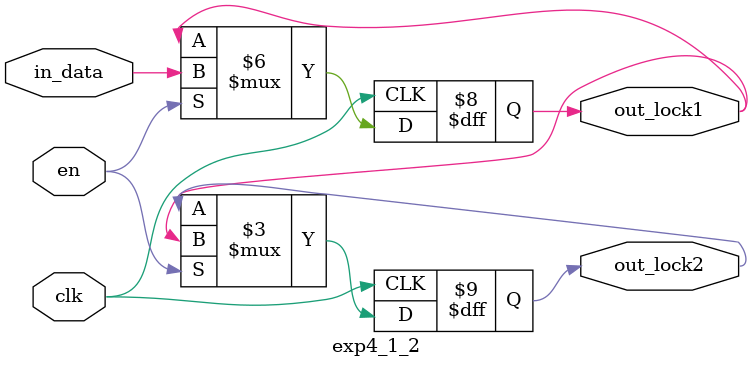
<source format=v>
module exp4_1_2(clk,in_data,en,out_lock1,out_lock2);
	input clk; 
	input in_data; 
	input en; 
	output reg out_lock1,out_lock2; 
	always @ (posedge clk ) 
	begin
	if(en)
		begin
		out_lock1<=in_data;
		out_lock2<=out_lock1;
		end
	else
		begin
		out_lock1<=out_lock1;
		out_lock2<=out_lock2;
		end
	end	
endmodule
</source>
